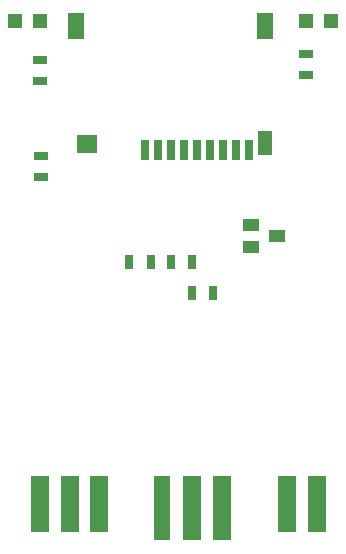
<source format=gtp>
G04 EAGLE Gerber RS-274X export*
G75*
%MOMM*%
%FSLAX34Y34*%
%LPD*%
%INTop Paste*%
%IPPOS*%
%AMOC8*
5,1,8,0,0,1.08239X$1,22.5*%
G01*
%ADD10R,1.500000X4.700000*%
%ADD11R,1.500000X5.500000*%
%ADD12R,1.400000X5.500000*%
%ADD13R,0.800000X1.800000*%
%ADD14R,1.150000X2.100000*%
%ADD15R,1.400000X2.200000*%
%ADD16R,1.800000X1.600000*%
%ADD17R,1.200000X1.200000*%
%ADD18R,1.200000X0.800000*%
%ADD19R,1.400000X1.000000*%
%ADD20R,0.800000X1.200000*%


D10*
X299500Y33500D03*
X274500Y33500D03*
D11*
X219500Y29500D03*
X194500Y29500D03*
D12*
X169000Y29500D03*
D10*
X115500Y33500D03*
X90500Y33500D03*
X65500Y33500D03*
D13*
X187500Y333000D03*
X198500Y333000D03*
X209500Y333000D03*
X220500Y333000D03*
X231500Y333000D03*
X176500Y333000D03*
X165500Y333000D03*
X154500Y333000D03*
D14*
X255500Y339000D03*
D15*
X95500Y437500D03*
D13*
X242500Y333000D03*
D16*
X105000Y338000D03*
D15*
X255500Y437500D03*
D17*
X44500Y442000D03*
X65500Y442000D03*
D18*
X65000Y409000D03*
X65000Y391000D03*
D17*
X311500Y442000D03*
X290500Y442000D03*
D18*
X291000Y414000D03*
X291000Y396000D03*
D19*
X266000Y260000D03*
X244000Y250500D03*
X244000Y269500D03*
D20*
X194000Y238000D03*
X176000Y238000D03*
X141000Y238000D03*
X159000Y238000D03*
X212000Y212000D03*
X194000Y212000D03*
D18*
X66000Y328000D03*
X66000Y310000D03*
M02*

</source>
